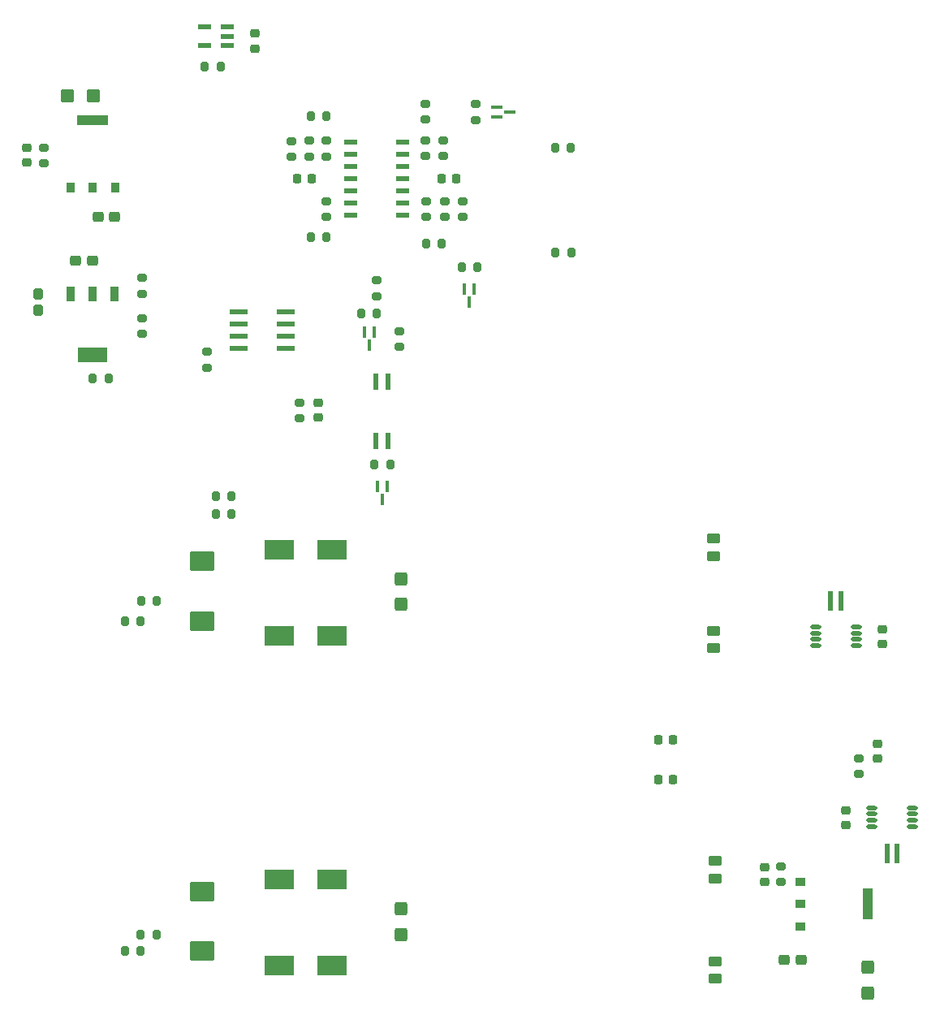
<source format=gbr>
%TF.GenerationSoftware,KiCad,Pcbnew,9.0.3*%
%TF.CreationDate,2025-09-17T10:51:30-04:00*%
%TF.ProjectId,4_COLD_TPC_SiPM_Pre_Amp,345f434f-4c44-45f5-9450-435f5369504d,rev?*%
%TF.SameCoordinates,Original*%
%TF.FileFunction,Paste,Top*%
%TF.FilePolarity,Positive*%
%FSLAX46Y46*%
G04 Gerber Fmt 4.6, Leading zero omitted, Abs format (unit mm)*
G04 Created by KiCad (PCBNEW 9.0.3) date 2025-09-17 10:51:30*
%MOMM*%
%LPD*%
G01*
G04 APERTURE LIST*
G04 Aperture macros list*
%AMRoundRect*
0 Rectangle with rounded corners*
0 $1 Rounding radius*
0 $2 $3 $4 $5 $6 $7 $8 $9 X,Y pos of 4 corners*
0 Add a 4 corners polygon primitive as box body*
4,1,4,$2,$3,$4,$5,$6,$7,$8,$9,$2,$3,0*
0 Add four circle primitives for the rounded corners*
1,1,$1+$1,$2,$3*
1,1,$1+$1,$4,$5*
1,1,$1+$1,$6,$7*
1,1,$1+$1,$8,$9*
0 Add four rect primitives between the rounded corners*
20,1,$1+$1,$2,$3,$4,$5,0*
20,1,$1+$1,$4,$5,$6,$7,0*
20,1,$1+$1,$6,$7,$8,$9,0*
20,1,$1+$1,$8,$9,$2,$3,0*%
G04 Aperture macros list end*
%ADD10RoundRect,0.225000X-0.250000X0.225000X-0.250000X-0.225000X0.250000X-0.225000X0.250000X0.225000X0*%
%ADD11RoundRect,0.250000X0.312500X0.275000X-0.312500X0.275000X-0.312500X-0.275000X0.312500X-0.275000X0*%
%ADD12RoundRect,0.225000X0.250000X-0.225000X0.250000X0.225000X-0.250000X0.225000X-0.250000X-0.225000X0*%
%ADD13RoundRect,0.250000X-0.425000X0.450000X-0.425000X-0.450000X0.425000X-0.450000X0.425000X0.450000X0*%
%ADD14RoundRect,0.250000X0.425000X-0.450000X0.425000X0.450000X-0.425000X0.450000X-0.425000X-0.450000X0*%
%ADD15RoundRect,0.225000X0.225000X0.250000X-0.225000X0.250000X-0.225000X-0.250000X0.225000X-0.250000X0*%
%ADD16RoundRect,0.250000X0.450000X0.425000X-0.450000X0.425000X-0.450000X-0.425000X0.450000X-0.425000X0*%
%ADD17RoundRect,0.225000X-0.225000X-0.250000X0.225000X-0.250000X0.225000X0.250000X-0.225000X0.250000X0*%
%ADD18RoundRect,0.250000X0.275000X-0.312500X0.275000X0.312500X-0.275000X0.312500X-0.275000X-0.312500X0*%
%ADD19RoundRect,0.020000X-1.480000X0.980000X-1.480000X-0.980000X1.480000X-0.980000X1.480000X0.980000X0*%
%ADD20R,0.350800X1.161200*%
%ADD21RoundRect,0.200000X0.275000X-0.200000X0.275000X0.200000X-0.275000X0.200000X-0.275000X-0.200000X0*%
%ADD22RoundRect,0.200000X-0.200000X-0.275000X0.200000X-0.275000X0.200000X0.275000X-0.200000X0.275000X0*%
%ADD23RoundRect,0.200000X-0.275000X0.200000X-0.275000X-0.200000X0.275000X-0.200000X0.275000X0.200000X0*%
%ADD24RoundRect,0.200000X0.200000X0.275000X-0.200000X0.275000X-0.200000X-0.275000X0.200000X-0.275000X0*%
%ADD25RoundRect,0.250000X-0.450000X0.262500X-0.450000X-0.262500X0.450000X-0.262500X0.450000X0.262500X0*%
%ADD26RoundRect,0.250000X0.450000X-0.262500X0.450000X0.262500X-0.450000X0.262500X-0.450000X-0.262500X0*%
%ADD27R,0.584200X2.159000*%
%ADD28R,3.200000X1.000000*%
%ADD29R,0.889000X1.016000*%
%ADD30R,1.000000X3.200000*%
%ADD31R,1.016000X0.889000*%
%ADD32R,1.473200X0.558800*%
%ADD33R,3.048000X1.600200*%
%ADD34R,0.838200X1.600200*%
%ADD35R,1.460500X0.533400*%
%ADD36O,1.150000X0.449999*%
%ADD37RoundRect,0.250000X-0.312500X-0.275000X0.312500X-0.275000X0.312500X0.275000X-0.312500X0.275000X0*%
%ADD38R,1.161200X0.350800*%
%ADD39R,1.981200X0.558800*%
%ADD40R,0.558800X1.651000*%
%ADD41RoundRect,0.250000X1.025000X-0.787500X1.025000X0.787500X-1.025000X0.787500X-1.025000X-0.787500X0*%
G04 APERTURE END LIST*
D10*
%TO.C,C1*%
X235240000Y-153165000D03*
X235240000Y-151615000D03*
%TD*%
D11*
%TO.C,C3*%
X228750000Y-167241400D03*
X230525000Y-167241400D03*
%TD*%
D12*
%TO.C,C4*%
X226730000Y-157536400D03*
X226730000Y-159086400D03*
%TD*%
D13*
%TO.C,C5*%
X237480000Y-170650000D03*
X237480000Y-167950000D03*
%TD*%
D14*
%TO.C,C7*%
X188827500Y-161880000D03*
X188827500Y-164580000D03*
%TD*%
D15*
%TO.C,C12*%
X215633000Y-144272000D03*
X217183000Y-144272000D03*
%TD*%
%TO.C,C21*%
X215665000Y-148430000D03*
X217215000Y-148430000D03*
%TD*%
D16*
%TO.C,C26*%
X153987500Y-77115000D03*
X156687500Y-77115000D03*
%TD*%
D12*
%TO.C,C27*%
X173560000Y-70625000D03*
X173560000Y-72175000D03*
%TD*%
D15*
%TO.C,C28*%
X177964150Y-85760000D03*
X179514150Y-85760000D03*
%TD*%
D17*
%TO.C,C29*%
X194604150Y-85760000D03*
X193054150Y-85760000D03*
%TD*%
D12*
%TO.C,C30*%
X238990000Y-132755000D03*
X238990000Y-134305000D03*
%TD*%
D18*
%TO.C,C34*%
X150980000Y-97737500D03*
X150980000Y-99512500D03*
%TD*%
D19*
%TO.C,L1*%
X181617500Y-167830000D03*
X176117500Y-167830000D03*
%TD*%
%TO.C,L2*%
X181617500Y-158830000D03*
X176117500Y-158830000D03*
%TD*%
D20*
%TO.C,M2*%
X186860000Y-119215000D03*
X186360001Y-117865000D03*
X187359999Y-117865000D03*
%TD*%
D21*
%TO.C,R3*%
X228470000Y-157436400D03*
X228470000Y-159086400D03*
%TD*%
D22*
%TO.C,R8*%
X171125000Y-120700000D03*
X169475000Y-120700000D03*
%TD*%
D23*
%TO.C,R14*%
X161820000Y-101950000D03*
X161820000Y-100300000D03*
%TD*%
D24*
%TO.C,R15*%
X156645000Y-106580000D03*
X158295000Y-106580000D03*
%TD*%
D21*
%TO.C,R26*%
X193394150Y-88125000D03*
X193394150Y-89775000D03*
%TD*%
D23*
%TO.C,R27*%
X179214150Y-83450000D03*
X179214150Y-81800000D03*
%TD*%
D25*
%TO.C,R37*%
X221607500Y-169162500D03*
X221607500Y-167337500D03*
%TD*%
D26*
%TO.C,R39*%
X221607500Y-156907500D03*
X221607500Y-158732500D03*
%TD*%
D27*
%TO.C,R45*%
X240573400Y-156130000D03*
X239506600Y-156130000D03*
%TD*%
%TO.C,R46*%
X233626600Y-129770000D03*
X234693400Y-129770000D03*
%TD*%
D28*
%TO.C,U1*%
X156660000Y-79675000D03*
D29*
X158971400Y-86667500D03*
X156660000Y-86667500D03*
X154348600Y-86667500D03*
%TD*%
D30*
%TO.C,U2*%
X237500000Y-161401400D03*
D31*
X230507500Y-163712800D03*
X230507500Y-161401400D03*
X230507500Y-159090000D03*
%TD*%
D32*
%TO.C,U5*%
X168346200Y-71850001D03*
X168346200Y-69949999D03*
X170733800Y-69949999D03*
X170733800Y-70900000D03*
X170733800Y-71850001D03*
%TD*%
D33*
%TO.C,U6*%
X156660000Y-104155400D03*
D34*
X154360000Y-97754600D03*
X156660000Y-97754600D03*
X158960000Y-97754600D03*
%TD*%
D35*
%TO.C,U7*%
X188974150Y-81950000D03*
X188974150Y-83220000D03*
X188974150Y-84490000D03*
X188974150Y-85760000D03*
X188974150Y-87030000D03*
X188974150Y-88300000D03*
X188974150Y-89570000D03*
X183525850Y-89570000D03*
X183525850Y-88300000D03*
X183525850Y-87030000D03*
X183525850Y-85760000D03*
X183525850Y-84490000D03*
X183525850Y-83220000D03*
X183525850Y-81950000D03*
%TD*%
D36*
%TO.C,U9*%
X236295000Y-132495001D03*
X236295000Y-133145002D03*
X236295000Y-133795001D03*
X236295000Y-134445002D03*
X232045000Y-134445002D03*
X232045000Y-133795001D03*
X232045000Y-133145002D03*
X232045000Y-132495001D03*
%TD*%
%TO.C,U10*%
X237915000Y-153294999D03*
X237915000Y-152644998D03*
X237915000Y-151994999D03*
X237915000Y-151344998D03*
X242165000Y-151344998D03*
X242165000Y-151994999D03*
X242165000Y-152644998D03*
X242165000Y-153294999D03*
%TD*%
D21*
%TO.C,R31*%
X191388900Y-79595000D03*
X191388900Y-77945000D03*
%TD*%
D12*
%TO.C,C25*%
X149800000Y-84100000D03*
X149800000Y-82550000D03*
%TD*%
D23*
%TO.C,R6*%
X188650000Y-101655000D03*
X188650000Y-103305000D03*
%TD*%
D21*
%TO.C,R10*%
X151560000Y-84160000D03*
X151560000Y-82510000D03*
%TD*%
D22*
%TO.C,R11*%
X168335000Y-74090000D03*
X169985000Y-74090000D03*
%TD*%
D21*
%TO.C,R32*%
X196564150Y-79625000D03*
X196564150Y-77975000D03*
%TD*%
%TO.C,R19*%
X181054150Y-83450000D03*
X181054150Y-81800000D03*
%TD*%
%TO.C,R20*%
X177424150Y-83475000D03*
X177424150Y-81825000D03*
%TD*%
%TO.C,R34*%
X195264150Y-89765000D03*
X195264150Y-88115000D03*
%TD*%
D11*
%TO.C,C24*%
X158967500Y-89765000D03*
X157192500Y-89765000D03*
%TD*%
D24*
%TO.C,R9*%
X187695000Y-115560000D03*
X186045000Y-115560000D03*
%TD*%
D23*
%TO.C,R22*%
X181059150Y-88119800D03*
X181059150Y-89769800D03*
%TD*%
D22*
%TO.C,R21*%
X179399150Y-79230000D03*
X181049150Y-79230000D03*
%TD*%
D37*
%TO.C,C32*%
X154892500Y-94345000D03*
X156667500Y-94345000D03*
%TD*%
D24*
%TO.C,R5*%
X186275000Y-99790000D03*
X184625000Y-99790000D03*
%TD*%
D38*
%TO.C,M6*%
X198774150Y-78330002D03*
X198774150Y-79330000D03*
X200124150Y-78830001D03*
%TD*%
D23*
%TO.C,R24*%
X168540000Y-103805000D03*
X168540000Y-105455000D03*
%TD*%
D20*
%TO.C,M5*%
X196459150Y-97289799D03*
X195459152Y-97289799D03*
X195959151Y-98639799D03*
%TD*%
D39*
%TO.C,U8*%
X171856200Y-99605000D03*
X171856200Y-100875000D03*
X171856200Y-102145000D03*
X171856200Y-103415000D03*
X176783800Y-103415000D03*
X176783800Y-102145000D03*
X176783800Y-100875000D03*
X176783800Y-99605000D03*
%TD*%
D40*
%TO.C,Q1*%
X187495000Y-106885800D03*
X186225000Y-106885800D03*
X186225000Y-113134200D03*
X187495000Y-113134200D03*
%TD*%
D20*
%TO.C,M1*%
X185979999Y-101795000D03*
X184980001Y-101795000D03*
X185480000Y-103145000D03*
%TD*%
D21*
%TO.C,R35*%
X191394150Y-83405000D03*
X191394150Y-81755000D03*
%TD*%
D22*
%TO.C,R23*%
X179394150Y-91814800D03*
X181044150Y-91814800D03*
%TD*%
D21*
%TO.C,R41*%
X236570000Y-147855000D03*
X236570000Y-146205000D03*
%TD*%
D23*
%TO.C,R4*%
X186270000Y-96365000D03*
X186270000Y-98015000D03*
%TD*%
D22*
%TO.C,R28*%
X191429150Y-92550000D03*
X193079150Y-92550000D03*
%TD*%
D23*
%TO.C,R12*%
X178250000Y-109105000D03*
X178250000Y-110755000D03*
%TD*%
%TO.C,R13*%
X161820000Y-96090000D03*
X161820000Y-97740000D03*
%TD*%
%TO.C,R25*%
X191434150Y-88125000D03*
X191434150Y-89775000D03*
%TD*%
D10*
%TO.C,C2*%
X238520000Y-144655000D03*
X238520000Y-146205000D03*
%TD*%
D22*
%TO.C,R7*%
X169495000Y-118900000D03*
X171145000Y-118900000D03*
%TD*%
D23*
%TO.C,R36*%
X193184150Y-81765000D03*
X193184150Y-83415000D03*
%TD*%
D24*
%TO.C,R48*%
X163302500Y-164580000D03*
X161652500Y-164580000D03*
%TD*%
D10*
%TO.C,C33*%
X180140000Y-109135000D03*
X180140000Y-110685000D03*
%TD*%
D24*
%TO.C,R33*%
X206545000Y-82510200D03*
X204895000Y-82510200D03*
%TD*%
%TO.C,R30*%
X206555000Y-93500200D03*
X204905000Y-93500200D03*
%TD*%
D41*
%TO.C,C6*%
X168047500Y-166312500D03*
X168047500Y-160087500D03*
%TD*%
D22*
%TO.C,F1*%
X160017500Y-166300000D03*
X161667500Y-166300000D03*
%TD*%
%TO.C,R29*%
X195134151Y-94954799D03*
X196784151Y-94954799D03*
%TD*%
%TO.C,F2*%
X160025000Y-131880000D03*
X161675000Y-131880000D03*
%TD*%
D19*
%TO.C,L4*%
X176125000Y-124410000D03*
X181625000Y-124410000D03*
%TD*%
D25*
%TO.C,R38*%
X221415000Y-132887500D03*
X221415000Y-134712500D03*
%TD*%
D26*
%TO.C,R40*%
X221425000Y-125082500D03*
X221425000Y-123257500D03*
%TD*%
D14*
%TO.C,C16*%
X188835000Y-130160000D03*
X188835000Y-127460000D03*
%TD*%
D41*
%TO.C,C15*%
X168055000Y-131892500D03*
X168055000Y-125667500D03*
%TD*%
D19*
%TO.C,L3*%
X176125000Y-133410000D03*
X181625000Y-133410000D03*
%TD*%
D24*
%TO.C,R49*%
X163330000Y-129800000D03*
X161680000Y-129800000D03*
%TD*%
M02*

</source>
